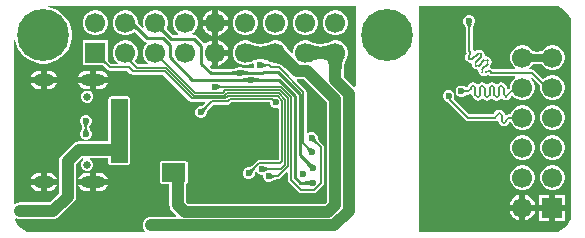
<source format=gbl>
G04*
G04 #@! TF.GenerationSoftware,Altium Limited,Altium Designer,24.10.1 (45)*
G04*
G04 Layer_Physical_Order=2*
G04 Layer_Color=16711680*
%FSLAX43Y43*%
%MOMM*%
G71*
G04*
G04 #@! TF.SameCoordinates,5BCE292B-7CFC-4065-8FF8-BD4E104F7C16*
G04*
G04*
G04 #@! TF.FilePolarity,Positive*
G04*
G01*
G75*
%ADD11C,0.500*%
%ADD40C,0.650*%
%ADD41O,2.100X1.000*%
%ADD42O,1.800X1.000*%
G04:AMPARAMS|DCode=43|XSize=1.7mm|YSize=1.7mm|CornerRadius=0.85mm|HoleSize=0mm|Usage=FLASHONLY|Rotation=90.000|XOffset=0mm|YOffset=0mm|HoleType=Round|Shape=RoundedRectangle|*
%AMROUNDEDRECTD43*
21,1,1.700,0.000,0,0,90.0*
21,1,0.000,1.700,0,0,90.0*
1,1,1.700,0.000,0.000*
1,1,1.700,0.000,0.000*
1,1,1.700,0.000,0.000*
1,1,1.700,0.000,0.000*
%
%ADD43ROUNDEDRECTD43*%
%ADD44R,1.700X1.700*%
G04:AMPARAMS|DCode=45|XSize=1.7mm|YSize=1.7mm|CornerRadius=0.85mm|HoleSize=0mm|Usage=FLASHONLY|Rotation=180.000|XOffset=0mm|YOffset=0mm|HoleType=Round|Shape=RoundedRectangle|*
%AMROUNDEDRECTD45*
21,1,1.700,0.000,0,0,180.0*
21,1,0.000,1.700,0,0,180.0*
1,1,1.700,0.000,0.000*
1,1,1.700,0.000,0.000*
1,1,1.700,0.000,0.000*
1,1,1.700,0.000,0.000*
%
%ADD45ROUNDEDRECTD45*%
%ADD46R,1.700X1.700*%
%ADD47C,0.800*%
%ADD75C,0.144*%
%ADD76C,0.146*%
%ADD79C,0.300*%
%ADD80C,0.295*%
%ADD83C,0.600*%
%ADD84C,1.000*%
%ADD85C,4.400*%
%ADD86C,0.600*%
%ADD87C,1.000*%
G36*
X10672Y18211D02*
X10671Y18176D01*
X10677Y18139D01*
X10689Y18101D01*
X10707Y18060D01*
X10732Y18017D01*
X10762Y17973D01*
X10798Y17926D01*
X10841Y17877D01*
X10889Y17827D01*
X10785Y17513D01*
X10738Y17559D01*
X10694Y17597D01*
X10654Y17626D01*
X10619Y17647D01*
X10587Y17660D01*
X10559Y17664D01*
X10536Y17661D01*
X10516Y17649D01*
X10501Y17629D01*
X10489Y17601D01*
X10678Y18243D01*
X10672Y18211D01*
D02*
G37*
G36*
X13131Y17765D02*
X13121Y17741D01*
X13117Y17713D01*
X13120Y17683D01*
X13131Y17650D01*
X13148Y17614D01*
X13172Y17576D01*
X13202Y17535D01*
X13240Y17491D01*
X13284Y17444D01*
X13076Y17236D01*
X13029Y17280D01*
X12985Y17318D01*
X12944Y17348D01*
X12906Y17372D01*
X12870Y17389D01*
X12837Y17400D01*
X12807Y17403D01*
X12779Y17399D01*
X12755Y17389D01*
X12733Y17372D01*
X13148Y17787D01*
X13131Y17765D01*
D02*
G37*
G36*
X27294Y15274D02*
X28406D01*
X28352Y15164D01*
X28303Y15049D01*
X28260Y14927D01*
X28223Y14800D01*
X28166Y14528D01*
X28146Y14383D01*
X28123Y14077D01*
X28120Y13915D01*
X27120D01*
X27117Y14077D01*
X27094Y14383D01*
X27074Y14528D01*
X27017Y14800D01*
X26980Y14927D01*
X26971Y14951D01*
X26947Y14960D01*
X26820Y14997D01*
X26548Y15054D01*
X26403Y15074D01*
X26350Y15078D01*
X26297Y15074D01*
X26152Y15054D01*
X25880Y14997D01*
X25753Y14960D01*
X25631Y14917D01*
X25516Y14868D01*
X25406Y14814D01*
Y16386D01*
X25516Y16332D01*
X25631Y16283D01*
X25753Y16240D01*
X25880Y16203D01*
X26152Y16146D01*
X26297Y16126D01*
X26350Y16122D01*
X26403Y16126D01*
X26548Y16146D01*
X26820Y16203D01*
X26947Y16240D01*
X27069Y16283D01*
X27184Y16332D01*
X27294Y16386D01*
Y15274D01*
D02*
G37*
G36*
X22214Y14814D02*
X22104Y14868D01*
X21989Y14917D01*
X21867Y14960D01*
X21740Y14997D01*
X21468Y15054D01*
X21323Y15074D01*
X21270Y15078D01*
X21217Y15074D01*
X21072Y15054D01*
X20800Y14997D01*
X20673Y14960D01*
X20551Y14917D01*
X20436Y14868D01*
X20326Y14814D01*
Y16386D01*
X20436Y16332D01*
X20551Y16283D01*
X20673Y16240D01*
X20800Y16203D01*
X21072Y16146D01*
X21217Y16126D01*
X21270Y16122D01*
X21323Y16126D01*
X21468Y16146D01*
X21740Y16203D01*
X21867Y16240D01*
X21989Y16283D01*
X22104Y16332D01*
X22214Y16386D01*
Y14814D01*
D02*
G37*
G36*
X13064Y15103D02*
X13058Y15091D01*
X13056Y15077D01*
X13057Y15063D01*
X13061Y15047D01*
X13069Y15031D01*
X13080Y15013D01*
X13094Y14994D01*
X13111Y14973D01*
X13131Y14952D01*
X13028Y14849D01*
X13007Y14869D01*
X12986Y14886D01*
X12967Y14900D01*
X12949Y14911D01*
X12933Y14919D01*
X12917Y14923D01*
X12903Y14924D01*
X12889Y14922D01*
X12877Y14916D01*
X12867Y14908D01*
X13072Y15113D01*
X13064Y15103D01*
D02*
G37*
G36*
X10388Y14959D02*
X10381Y14949D01*
X10377Y14937D01*
X10376Y14924D01*
X10380Y14910D01*
X10386Y14894D01*
X10396Y14876D01*
X10410Y14858D01*
X10427Y14837D01*
X10448Y14815D01*
X10319Y14738D01*
X10298Y14759D01*
X10277Y14776D01*
X10257Y14791D01*
X10238Y14803D01*
X10220Y14812D01*
X10203Y14818D01*
X10187Y14820D01*
X10172Y14820D01*
X10158Y14817D01*
X10145Y14811D01*
X10399Y14967D01*
X10388Y14959D01*
D02*
G37*
G36*
X8139Y14948D02*
X8135Y14934D01*
Y14919D01*
X8139Y14902D01*
X8147Y14882D01*
X8159Y14860D01*
X8176Y14837D01*
X8196Y14811D01*
X8250Y14753D01*
X8147Y14650D01*
X8117Y14679D01*
X8063Y14724D01*
X8040Y14741D01*
X8018Y14753D01*
X7998Y14761D01*
X7981Y14765D01*
X7965D01*
X7952Y14761D01*
X7941Y14753D01*
X8147Y14959D01*
X8139Y14948D01*
D02*
G37*
G36*
X21477Y14756D02*
X21519Y14729D01*
X21564Y14705D01*
X21611Y14685D01*
X21662Y14667D01*
X21715Y14653D01*
X21771Y14642D01*
X21830Y14634D01*
X21892Y14630D01*
X21956Y14628D01*
Y14482D01*
X21892Y14481D01*
X21771Y14468D01*
X21715Y14457D01*
X21662Y14443D01*
X21611Y14426D01*
X21564Y14405D01*
X21519Y14381D01*
X21477Y14355D01*
X21438Y14325D01*
Y14786D01*
X21477Y14756D01*
D02*
G37*
G36*
X23343Y15894D02*
X23378Y15845D01*
X23432Y15779D01*
X23708Y15477D01*
X24340Y14832D01*
X23624Y14134D01*
X23510Y14242D01*
X23393Y14340D01*
X23274Y14427D01*
X23153Y14506D01*
X23029Y14574D01*
X22903Y14632D01*
X22774Y14680D01*
X22643Y14718D01*
X22510Y14747D01*
X22374Y14765D01*
X23326Y15926D01*
X23343Y15894D01*
D02*
G37*
G36*
X19746Y14145D02*
X19773Y14133D01*
X19806Y14122D01*
X19845Y14113D01*
X19891Y14105D01*
X20000Y14094D01*
X20133Y14088D01*
X20210Y14088D01*
X20229Y13793D01*
X20155Y13792D01*
X19966Y13777D01*
X19914Y13769D01*
X19867Y13758D01*
X19826Y13746D01*
X19790Y13732D01*
X19760Y13715D01*
X19736Y13697D01*
X19725Y14158D01*
X19746Y14145D01*
D02*
G37*
G36*
X19350Y13690D02*
X19329Y13704D01*
X19302Y13716D01*
X19268Y13727D01*
X19229Y13737D01*
X19183Y13745D01*
X19074Y13757D01*
X18941Y13763D01*
X18865Y13763D01*
X18851Y14058D01*
X18925Y14059D01*
X19114Y14073D01*
X19166Y14081D01*
X19213Y14091D01*
X19253Y14103D01*
X19289Y14117D01*
X19318Y14133D01*
X19342Y14150D01*
X19350Y13690D01*
D02*
G37*
G36*
X20693Y13552D02*
X20721Y13538D01*
X20755Y13526D01*
X20795Y13515D01*
X20841Y13506D01*
X20951Y13493D01*
X21014Y13489D01*
X21159Y13486D01*
X21161Y13191D01*
X21086Y13190D01*
X20896Y13177D01*
X20844Y13170D01*
X20798Y13161D01*
X20758Y13150D01*
X20723Y13137D01*
X20695Y13123D01*
X20672Y13106D01*
X20670Y13567D01*
X20693Y13552D01*
D02*
G37*
G36*
X20287Y13106D02*
X20264Y13122D01*
X20235Y13136D01*
X20201Y13148D01*
X20161Y13159D01*
X20115Y13168D01*
X20063Y13176D01*
X19942Y13185D01*
X19798Y13189D01*
Y13484D01*
X19873Y13485D01*
X20063Y13497D01*
X20115Y13505D01*
X20161Y13514D01*
X20201Y13524D01*
X20235Y13537D01*
X20264Y13551D01*
X20287Y13567D01*
Y13106D01*
D02*
G37*
G36*
X29327Y12760D02*
X29200Y12707D01*
X28326Y13581D01*
Y14033D01*
X28327Y14067D01*
X28349Y14362D01*
X28367Y14493D01*
X28421Y14750D01*
X28454Y14864D01*
X28493Y14975D01*
X28537Y15080D01*
X28570Y15146D01*
X28598Y15195D01*
X28670Y15462D01*
Y15738D01*
X28598Y16005D01*
X28460Y16245D01*
X28265Y16440D01*
X28025Y16578D01*
X27758Y16650D01*
X27482D01*
X27215Y16578D01*
X27166Y16550D01*
X27100Y16517D01*
X26995Y16474D01*
X26884Y16434D01*
X26770Y16401D01*
X26513Y16347D01*
X26382Y16329D01*
X26350Y16326D01*
X26318Y16329D01*
X26187Y16347D01*
X25930Y16401D01*
X25816Y16434D01*
X25705Y16473D01*
X25600Y16517D01*
X25534Y16550D01*
X25485Y16578D01*
X25218Y16650D01*
X24942D01*
X24675Y16578D01*
X24435Y16440D01*
X24240Y16245D01*
X24102Y16005D01*
X24030Y15738D01*
Y15621D01*
X23903Y15569D01*
X23856Y15617D01*
X23587Y15912D01*
X23540Y15969D01*
X23521Y15995D01*
X23518Y16005D01*
X23380Y16245D01*
X23185Y16440D01*
X22945Y16578D01*
X22678Y16650D01*
X22402D01*
X22135Y16578D01*
X22086Y16550D01*
X22020Y16517D01*
X21915Y16474D01*
X21804Y16434D01*
X21690Y16401D01*
X21433Y16347D01*
X21302Y16329D01*
X21270Y16326D01*
X21238Y16329D01*
X21107Y16347D01*
X20850Y16401D01*
X20736Y16434D01*
X20625Y16473D01*
X20520Y16517D01*
X20454Y16550D01*
X20405Y16578D01*
X20138Y16650D01*
X19862D01*
X19595Y16578D01*
X19355Y16440D01*
X19160Y16245D01*
X19022Y16005D01*
X18950Y15738D01*
Y15462D01*
X19022Y15195D01*
X19160Y14955D01*
X19355Y14760D01*
X19595Y14622D01*
X19862Y14550D01*
X20138D01*
X20405Y14622D01*
X20454Y14650D01*
X20520Y14683D01*
X20625Y14726D01*
X20640Y14732D01*
X20689Y14696D01*
X20745Y14634D01*
Y14456D01*
X20769Y14400D01*
X20698Y14294D01*
X20086D01*
X20015Y14297D01*
X19918Y14307D01*
X19886Y14313D01*
X19860Y14319D01*
X19846Y14324D01*
X19845Y14324D01*
X19822Y14347D01*
X19638Y14423D01*
X19439D01*
X19255Y14347D01*
X19224Y14316D01*
X19223Y14315D01*
X19210Y14306D01*
X19204Y14303D01*
X19187Y14297D01*
X19162Y14289D01*
X19128Y14282D01*
X19091Y14276D01*
X18944Y14265D01*
X17205D01*
X17030Y14441D01*
X17095Y14555D01*
X17210Y14524D01*
Y15600D01*
Y16676D01*
X17034Y16629D01*
X16782Y16483D01*
X16702Y16403D01*
X16538Y16419D01*
X16527Y16436D01*
X15930Y17032D01*
X15816Y17109D01*
X15680Y17136D01*
X15535D01*
X15501Y17263D01*
X15565Y17300D01*
X15760Y17495D01*
X15898Y17735D01*
X15970Y18002D01*
Y18278D01*
X15898Y18545D01*
X15760Y18785D01*
X15565Y18980D01*
X15325Y19118D01*
X15058Y19190D01*
X14782D01*
X14515Y19118D01*
X14275Y18980D01*
X14080Y18785D01*
X13942Y18545D01*
X13870Y18278D01*
Y18002D01*
X13942Y17735D01*
X14080Y17495D01*
X14275Y17300D01*
X14339Y17263D01*
X14305Y17136D01*
X13885D01*
X13377Y17644D01*
X13361Y17662D01*
X13340Y17691D01*
X13336Y17697D01*
X13358Y17735D01*
X13430Y18002D01*
Y18278D01*
X13358Y18545D01*
X13220Y18785D01*
X13025Y18980D01*
X12785Y19118D01*
X12518Y19190D01*
X12242D01*
X11975Y19118D01*
X11735Y18980D01*
X11540Y18785D01*
X11402Y18545D01*
X11330Y18278D01*
Y18002D01*
X11383Y17806D01*
X11269Y17740D01*
X10976Y18033D01*
X10956Y18056D01*
X10927Y18093D01*
X10905Y18125D01*
X10890Y18151D01*
Y18278D01*
X10818Y18545D01*
X10680Y18785D01*
X10485Y18980D01*
X10245Y19118D01*
X9978Y19190D01*
X9702D01*
X9435Y19118D01*
X9195Y18980D01*
X9000Y18785D01*
X8862Y18545D01*
X8790Y18278D01*
Y18002D01*
X8862Y17735D01*
X9000Y17495D01*
X9195Y17300D01*
X9435Y17162D01*
X9702Y17090D01*
X9978D01*
X10245Y17162D01*
X10485Y17300D01*
X10596Y17411D01*
X11424Y16582D01*
X11539Y16505D01*
X11607Y16492D01*
X11649Y16354D01*
X11540Y16245D01*
X11402Y16005D01*
X11330Y15738D01*
Y15462D01*
X11402Y15195D01*
X11540Y14955D01*
X11733Y14762D01*
X11732Y14733D01*
X11706Y14635D01*
X10919D01*
X10639Y14914D01*
X10680Y14955D01*
X10818Y15195D01*
X10890Y15462D01*
Y15738D01*
X10818Y16005D01*
X10680Y16245D01*
X10485Y16440D01*
X10245Y16578D01*
X9978Y16650D01*
X9702D01*
X9435Y16578D01*
X9195Y16440D01*
X9000Y16245D01*
X8862Y16005D01*
X8790Y15738D01*
Y15462D01*
X8862Y15195D01*
X9000Y14955D01*
X9178Y14777D01*
X9154Y14650D01*
X8644D01*
X8371Y14923D01*
X8351Y14944D01*
X8350Y14945D01*
Y14955D01*
X8351Y14959D01*
X8350Y14964D01*
Y16650D01*
X6250D01*
Y14550D01*
X7936D01*
X7941Y14549D01*
X7945Y14550D01*
X7954D01*
X7972Y14534D01*
X8332Y14175D01*
X8422Y14115D01*
X8528Y14093D01*
X10005D01*
X10259Y13840D01*
X10349Y13780D01*
X10455Y13758D01*
X13051D01*
X15267Y11543D01*
X15357Y11483D01*
X15464Y11461D01*
X16564D01*
X16612Y11344D01*
X16501Y11233D01*
X16463Y11200D01*
X16425Y11171D01*
X16388Y11146D01*
X16353Y11126D01*
X16318Y11109D01*
X16285Y11096D01*
X16252Y11085D01*
X16220Y11078D01*
X16180Y11073D01*
X16177Y11072D01*
X16134D01*
X15950Y10996D01*
X15810Y10855D01*
X15734Y10671D01*
Y10473D01*
X15810Y10289D01*
X15950Y10148D01*
X16134Y10072D01*
X16333D01*
X16517Y10148D01*
X16658Y10289D01*
X16734Y10473D01*
Y10515D01*
X16735Y10518D01*
X16740Y10558D01*
X16747Y10590D01*
X16757Y10623D01*
X16771Y10656D01*
X16788Y10691D01*
X16808Y10727D01*
X16831Y10761D01*
X16896Y10841D01*
X17267Y11212D01*
X18495D01*
X18602Y11233D01*
X18692Y11294D01*
X18820Y11422D01*
X22060D01*
Y11302D01*
X22136Y11118D01*
X22277Y10977D01*
X22460Y10901D01*
X22659D01*
X22718Y10926D01*
X22845Y10841D01*
Y6588D01*
X22818Y6561D01*
X21633D01*
X21627Y6562D01*
X21176D01*
X21070Y6541D01*
X20980Y6481D01*
X20562Y6063D01*
X20524Y6030D01*
X20486Y6002D01*
X20449Y5977D01*
X20414Y5956D01*
X20379Y5939D01*
X20345Y5926D01*
X20313Y5916D01*
X20281Y5909D01*
X20240Y5903D01*
X20238Y5902D01*
X20195D01*
X20011Y5826D01*
X19871Y5686D01*
X19795Y5502D01*
Y5303D01*
X19871Y5119D01*
X20011Y4979D01*
X20195Y4902D01*
X20394D01*
X20578Y4979D01*
X20719Y5119D01*
X20795Y5303D01*
Y5346D01*
X20796Y5348D01*
X20801Y5389D01*
X20808Y5421D01*
X20818Y5453D01*
X20832Y5487D01*
X20848Y5521D01*
X20850Y5523D01*
X20946Y5529D01*
X20992Y5512D01*
X20996Y5501D01*
X21137Y5360D01*
X21321Y5284D01*
X21462D01*
X21475Y5265D01*
Y5066D01*
X21551Y4882D01*
X21691Y4742D01*
X21875Y4666D01*
X22074D01*
X22258Y4742D01*
X22288Y4772D01*
X22290Y4773D01*
X22323Y4798D01*
X22350Y4815D01*
X22381Y4831D01*
X22414Y4846D01*
X22450Y4858D01*
X22490Y4869D01*
X22531Y4877D01*
X22633Y4887D01*
X22742D01*
X22849Y4909D01*
X22939Y4969D01*
X23286Y5316D01*
X23287Y5317D01*
X23471Y5501D01*
X23589Y5452D01*
Y4854D01*
X23610Y4748D01*
X23670Y4658D01*
X24526Y3802D01*
X24616Y3742D01*
X24722Y3721D01*
X25820D01*
X25926Y3742D01*
X26016Y3802D01*
X26613Y4399D01*
X26673Y4489D01*
X26694Y4596D01*
Y7602D01*
X26673Y7708D01*
X26613Y7799D01*
X26274Y8138D01*
X26241Y8176D01*
X26212Y8214D01*
X26188Y8250D01*
X26167Y8286D01*
X26150Y8321D01*
X26137Y8354D01*
X26126Y8387D01*
X26119Y8419D01*
X26114Y8459D01*
X26113Y8462D01*
Y8504D01*
X26037Y8688D01*
X25896Y8829D01*
X25713Y8905D01*
X25514D01*
X25330Y8829D01*
X25314Y8813D01*
X25187Y8865D01*
Y12288D01*
X25166Y12394D01*
X25105Y12484D01*
X24349Y13241D01*
X24386Y13339D01*
X24407Y13363D01*
X24929D01*
X26888Y11403D01*
Y2994D01*
X26710Y2816D01*
X15146D01*
X14971Y2991D01*
Y4502D01*
X14994Y4506D01*
X15061Y4551D01*
X15105Y4617D01*
X15120Y4695D01*
Y6243D01*
X15105Y6321D01*
X15061Y6387D01*
X14994Y6431D01*
X14916Y6447D01*
X12975D01*
X12897Y6431D01*
X12831Y6387D01*
X12787Y6321D01*
X12772Y6243D01*
Y4695D01*
X12787Y4617D01*
X12831Y4551D01*
X12897Y4506D01*
X12975Y4491D01*
X13559D01*
Y2699D01*
X13583Y2516D01*
X13653Y2346D01*
X13765Y2199D01*
X14133Y1831D01*
X14085Y1714D01*
X12012D01*
X11966Y1708D01*
X11919D01*
X11875Y1696D01*
X11829Y1690D01*
X11786Y1672D01*
X11741Y1660D01*
X11701Y1637D01*
X11658Y1620D01*
X11622Y1591D01*
X11582Y1568D01*
X11549Y1536D01*
X11512Y1507D01*
X11484Y1471D01*
X11451Y1438D01*
X11428Y1398D01*
X11400Y1361D01*
X11382Y1318D01*
X11359Y1278D01*
X11347Y1234D01*
X11330Y1191D01*
X11323Y1145D01*
X11312Y1100D01*
Y1054D01*
X11305Y1008D01*
X11312Y962D01*
Y916D01*
X11323Y871D01*
X11330Y825D01*
X11347Y783D01*
X11359Y738D01*
X11382Y698D01*
X11400Y655D01*
X11428Y618D01*
X11451Y578D01*
X11484Y546D01*
X11493Y535D01*
X11465Y447D01*
X11436Y408D01*
X1842D01*
X1535Y469D01*
X1245Y589D01*
X984Y763D01*
X762Y985D01*
X588Y1246D01*
X468Y1535D01*
X509Y1574D01*
X582Y1613D01*
X602Y1604D01*
X642Y1581D01*
X687Y1569D01*
X730Y1552D01*
X776Y1546D01*
X820Y1534D01*
X867D01*
X913Y1527D01*
X3742D01*
X3925Y1552D01*
X4095Y1622D01*
X4242Y1734D01*
X5443Y2936D01*
X5555Y3082D01*
X5626Y3252D01*
X5650Y3435D01*
Y6134D01*
X6200Y6685D01*
X6266Y6676D01*
X6290Y6600D01*
X6294Y6544D01*
X6157Y6407D01*
X6077Y6214D01*
Y6006D01*
X6157Y5813D01*
X6305Y5665D01*
X6498Y5585D01*
X6707D01*
X6900Y5665D01*
X7048Y5813D01*
X7128Y6006D01*
Y6214D01*
X7048Y6407D01*
X6900Y6555D01*
X6857Y6573D01*
X6882Y6700D01*
X8407D01*
Y6302D01*
X8422Y6224D01*
X8466Y6158D01*
X8533Y6114D01*
X8611Y6098D01*
X10033D01*
X10111Y6114D01*
X10177Y6158D01*
X10221Y6224D01*
X10237Y6302D01*
Y11712D01*
X10221Y11790D01*
X10177Y11856D01*
X10111Y11901D01*
X10033Y11916D01*
X8611D01*
X8533Y11901D01*
X8466Y11856D01*
X8422Y11790D01*
X8407Y11712D01*
Y10327D01*
Y8112D01*
X5923D01*
X5740Y8088D01*
X5570Y8017D01*
X5424Y7905D01*
X4444Y6926D01*
X4332Y6780D01*
X4262Y6609D01*
X4238Y6427D01*
Y3727D01*
X3450Y2940D01*
X913D01*
X867Y2934D01*
X820D01*
X776Y2922D01*
X730Y2915D01*
X687Y2898D01*
X642Y2886D01*
X602Y2863D01*
X560Y2845D01*
X534Y2825D01*
X497Y2833D01*
X410Y2886D01*
X407Y2889D01*
Y16681D01*
X534Y16694D01*
X592Y16400D01*
X773Y15963D01*
X1036Y15570D01*
X1370Y15236D01*
X1763Y14973D01*
X2200Y14792D01*
X2664Y14700D01*
X3136D01*
X3600Y14792D01*
X4037Y14973D01*
X4430Y15236D01*
X4764Y15570D01*
X5027Y15963D01*
X5208Y16400D01*
X5300Y16864D01*
Y17336D01*
X5208Y17800D01*
X5027Y18237D01*
X4764Y18630D01*
X4430Y18964D01*
X4037Y19227D01*
X3600Y19408D01*
X3313Y19465D01*
X3325Y19592D01*
X29327D01*
Y12760D01*
D02*
G37*
G36*
X17646Y12945D02*
X17688Y12918D01*
X17733Y12895D01*
X17781Y12874D01*
X17831Y12857D01*
X17884Y12843D01*
X17940Y12832D01*
X17999Y12824D01*
X18061Y12819D01*
X18126Y12818D01*
Y12672D01*
X18061Y12670D01*
X17940Y12658D01*
X17884Y12647D01*
X17831Y12632D01*
X17781Y12615D01*
X17733Y12595D01*
X17688Y12571D01*
X17646Y12544D01*
X17607Y12514D01*
Y12975D01*
X17646Y12945D01*
D02*
G37*
G36*
X16788Y11023D02*
X16743Y10976D01*
X16667Y10882D01*
X16635Y10835D01*
X16607Y10787D01*
X16584Y10739D01*
X16565Y10691D01*
X16550Y10642D01*
X16539Y10594D01*
X16532Y10545D01*
X16207Y10871D01*
X16256Y10877D01*
X16304Y10888D01*
X16353Y10903D01*
X16401Y10922D01*
X16449Y10946D01*
X16496Y10973D01*
X16544Y11005D01*
X16591Y11041D01*
X16638Y11082D01*
X16685Y11126D01*
X16788Y11023D01*
D02*
G37*
G36*
X25918Y8383D02*
X25929Y8335D01*
X25944Y8286D01*
X25963Y8238D01*
X25987Y8190D01*
X26015Y8142D01*
X26046Y8095D01*
X26083Y8048D01*
X26123Y8001D01*
X26167Y7954D01*
X26064Y7851D01*
X26018Y7895D01*
X25923Y7972D01*
X25876Y8004D01*
X25828Y8031D01*
X25780Y8055D01*
X25732Y8074D01*
X25684Y8089D01*
X25635Y8100D01*
X25586Y8106D01*
X25912Y8432D01*
X25918Y8383D01*
D02*
G37*
G36*
X25253Y7715D02*
X25347Y7638D01*
X25395Y7606D01*
X25442Y7579D01*
X25490Y7555D01*
X25539Y7536D01*
X25587Y7521D01*
X25636Y7510D01*
X25685Y7504D01*
X25359Y7178D01*
X25352Y7227D01*
X25341Y7275D01*
X25326Y7324D01*
X25307Y7372D01*
X25284Y7420D01*
X25256Y7468D01*
X25224Y7515D01*
X25188Y7562D01*
X25148Y7609D01*
X25103Y7656D01*
X25206Y7759D01*
X25253Y7715D01*
D02*
G37*
G36*
X10033Y6302D02*
X8611D01*
Y10327D01*
Y11712D01*
X10033D01*
Y6302D01*
D02*
G37*
G36*
X25387Y6395D02*
X25531Y6269D01*
X25573Y6238D01*
X25612Y6212D01*
X25648Y6191D01*
X25681Y6176D01*
X25711Y6165D01*
X25738Y6160D01*
X25412Y5835D01*
X25407Y5862D01*
X25397Y5892D01*
X25382Y5925D01*
X25361Y5961D01*
X25335Y6000D01*
X25303Y6042D01*
X25225Y6135D01*
X25125Y6239D01*
X25334Y6448D01*
X25387Y6395D01*
D02*
G37*
G36*
X21660Y5975D02*
X21703Y5946D01*
X21748Y5919D01*
X21796Y5897D01*
X21847Y5878D01*
X21900Y5862D01*
X21955Y5850D01*
X22013Y5841D01*
X22073Y5836D01*
X22136Y5834D01*
X22124Y5688D01*
X22058Y5687D01*
X21935Y5676D01*
X21878Y5666D01*
X21825Y5653D01*
X21774Y5638D01*
X21727Y5619D01*
X21683Y5598D01*
X21642Y5574D01*
X21605Y5548D01*
X21619Y6008D01*
X21660Y5975D01*
D02*
G37*
G36*
X20849Y5854D02*
X20804Y5807D01*
X20728Y5713D01*
X20696Y5665D01*
X20668Y5617D01*
X20645Y5569D01*
X20626Y5521D01*
X20611Y5473D01*
X20600Y5424D01*
X20593Y5375D01*
X20268Y5701D01*
X20316Y5708D01*
X20365Y5719D01*
X20413Y5734D01*
X20462Y5753D01*
X20510Y5776D01*
X20557Y5804D01*
X20605Y5836D01*
X20652Y5872D01*
X20699Y5912D01*
X20746Y5957D01*
X20849Y5854D01*
D02*
G37*
G36*
X22206Y5366D02*
X22248Y5339D01*
X22293Y5316D01*
X22340Y5295D01*
X22391Y5278D01*
X22444Y5264D01*
X22500Y5253D01*
X22559Y5245D01*
X22621Y5240D01*
X22686Y5238D01*
Y5093D01*
X22621Y5091D01*
X22500Y5078D01*
X22444Y5067D01*
X22391Y5053D01*
X22340Y5036D01*
X22293Y5015D01*
X22248Y4992D01*
X22206Y4965D01*
X22167Y4935D01*
Y5396D01*
X22206Y5366D01*
D02*
G37*
G36*
X14916Y4695D02*
X12975D01*
Y6243D01*
X14916D01*
Y4695D01*
D02*
G37*
G36*
X25516Y4365D02*
X25494Y4380D01*
X25465Y4394D01*
X25431Y4407D01*
X25390Y4418D01*
X25344Y4427D01*
X25293Y4434D01*
X25172Y4444D01*
X25027Y4448D01*
Y4742D01*
X25102Y4743D01*
X25293Y4756D01*
X25344Y4763D01*
X25390Y4772D01*
X25431Y4783D01*
X25465Y4796D01*
X25494Y4810D01*
X25516Y4825D01*
Y4365D01*
D02*
G37*
G36*
X46463Y19531D02*
X46753Y19411D01*
X47014Y19236D01*
X47236Y19015D01*
X47410Y18754D01*
X47530Y18464D01*
X47591Y18157D01*
Y18000D01*
Y2000D01*
Y1843D01*
X47530Y1535D01*
X47410Y1246D01*
X47236Y985D01*
X47014Y763D01*
X46753Y589D01*
X46463Y469D01*
X46156Y408D01*
X34682D01*
X34682Y11098D01*
Y19592D01*
X46156D01*
X46463Y19531D01*
D02*
G37*
%LPC*%
G36*
X17710Y19216D02*
Y18390D01*
X18536D01*
X18489Y18566D01*
X18343Y18818D01*
X18138Y19023D01*
X17886Y19169D01*
X17710Y19216D01*
D02*
G37*
G36*
X17210D02*
X17034Y19169D01*
X16782Y19023D01*
X16577Y18818D01*
X16431Y18566D01*
X16384Y18390D01*
X17210D01*
Y19216D01*
D02*
G37*
G36*
X27758Y19190D02*
X27482D01*
X27215Y19118D01*
X26975Y18980D01*
X26780Y18785D01*
X26642Y18545D01*
X26570Y18278D01*
Y18002D01*
X26642Y17735D01*
X26780Y17495D01*
X26975Y17300D01*
X27215Y17162D01*
X27482Y17090D01*
X27758D01*
X28025Y17162D01*
X28265Y17300D01*
X28460Y17495D01*
X28598Y17735D01*
X28670Y18002D01*
Y18278D01*
X28598Y18545D01*
X28460Y18785D01*
X28265Y18980D01*
X28025Y19118D01*
X27758Y19190D01*
D02*
G37*
G36*
X25218D02*
X24942D01*
X24675Y19118D01*
X24435Y18980D01*
X24240Y18785D01*
X24102Y18545D01*
X24030Y18278D01*
Y18002D01*
X24102Y17735D01*
X24240Y17495D01*
X24435Y17300D01*
X24675Y17162D01*
X24942Y17090D01*
X25218D01*
X25485Y17162D01*
X25725Y17300D01*
X25920Y17495D01*
X26058Y17735D01*
X26130Y18002D01*
Y18278D01*
X26058Y18545D01*
X25920Y18785D01*
X25725Y18980D01*
X25485Y19118D01*
X25218Y19190D01*
D02*
G37*
G36*
X22678D02*
X22402D01*
X22135Y19118D01*
X21895Y18980D01*
X21700Y18785D01*
X21562Y18545D01*
X21490Y18278D01*
Y18002D01*
X21562Y17735D01*
X21700Y17495D01*
X21895Y17300D01*
X22135Y17162D01*
X22402Y17090D01*
X22678D01*
X22945Y17162D01*
X23185Y17300D01*
X23380Y17495D01*
X23518Y17735D01*
X23590Y18002D01*
Y18278D01*
X23518Y18545D01*
X23380Y18785D01*
X23185Y18980D01*
X22945Y19118D01*
X22678Y19190D01*
D02*
G37*
G36*
X20138D02*
X19862D01*
X19595Y19118D01*
X19355Y18980D01*
X19160Y18785D01*
X19022Y18545D01*
X18950Y18278D01*
Y18002D01*
X19022Y17735D01*
X19160Y17495D01*
X19355Y17300D01*
X19595Y17162D01*
X19862Y17090D01*
X20138D01*
X20405Y17162D01*
X20645Y17300D01*
X20840Y17495D01*
X20978Y17735D01*
X21050Y18002D01*
Y18278D01*
X20978Y18545D01*
X20840Y18785D01*
X20645Y18980D01*
X20405Y19118D01*
X20138Y19190D01*
D02*
G37*
G36*
X7438D02*
X7162D01*
X6895Y19118D01*
X6655Y18980D01*
X6460Y18785D01*
X6322Y18545D01*
X6250Y18278D01*
Y18002D01*
X6322Y17735D01*
X6460Y17495D01*
X6655Y17300D01*
X6895Y17162D01*
X7162Y17090D01*
X7438D01*
X7705Y17162D01*
X7945Y17300D01*
X8140Y17495D01*
X8278Y17735D01*
X8350Y18002D01*
Y18278D01*
X8278Y18545D01*
X8140Y18785D01*
X7945Y18980D01*
X7705Y19118D01*
X7438Y19190D01*
D02*
G37*
G36*
X18536Y17890D02*
X17710D01*
Y17064D01*
X17886Y17111D01*
X18138Y17257D01*
X18343Y17462D01*
X18489Y17714D01*
X18536Y17890D01*
D02*
G37*
G36*
X17210D02*
X16384D01*
X16431Y17714D01*
X16577Y17462D01*
X16782Y17257D01*
X17034Y17111D01*
X17210Y17064D01*
Y17890D01*
D02*
G37*
G36*
X17710Y16676D02*
Y15850D01*
X18536D01*
X18489Y16026D01*
X18343Y16278D01*
X18138Y16483D01*
X17886Y16629D01*
X17710Y16676D01*
D02*
G37*
G36*
X18536Y15350D02*
X17710D01*
Y14524D01*
X17886Y14571D01*
X18138Y14717D01*
X18343Y14922D01*
X18489Y15174D01*
X18536Y15350D01*
D02*
G37*
G36*
X7653Y14080D02*
X7352D01*
Y13570D01*
X8365D01*
X8311Y13700D01*
X8190Y13858D01*
X8033Y13979D01*
X7849Y14055D01*
X7653Y14080D01*
D02*
G37*
G36*
X3322D02*
X3172D01*
Y13570D01*
X4035D01*
X3981Y13700D01*
X3860Y13858D01*
X3703Y13979D01*
X3519Y14055D01*
X3322Y14080D01*
D02*
G37*
G36*
X2672D02*
X2523D01*
X2326Y14055D01*
X2142Y13979D01*
X1985Y13858D01*
X1864Y13700D01*
X1810Y13570D01*
X2672D01*
Y14080D01*
D02*
G37*
G36*
X6852D02*
X6552D01*
X6356Y14055D01*
X6172Y13979D01*
X6015Y13858D01*
X5894Y13700D01*
X5840Y13570D01*
X6852D01*
Y14080D01*
D02*
G37*
G36*
X8365Y13070D02*
X7352D01*
Y12559D01*
X7653D01*
X7849Y12585D01*
X8033Y12661D01*
X8190Y12782D01*
X8311Y12940D01*
X8365Y13070D01*
D02*
G37*
G36*
X6852D02*
X5840D01*
X5894Y12940D01*
X6015Y12782D01*
X6172Y12661D01*
X6356Y12585D01*
X6552Y12559D01*
X6852D01*
Y13070D01*
D02*
G37*
G36*
X4035D02*
X3172D01*
Y12559D01*
X3322D01*
X3519Y12585D01*
X3703Y12661D01*
X3860Y12782D01*
X3981Y12940D01*
X4035Y13070D01*
D02*
G37*
G36*
X2672D02*
X1810D01*
X1864Y12940D01*
X1985Y12782D01*
X2142Y12661D01*
X2326Y12585D01*
X2523Y12559D01*
X2672D01*
Y13070D01*
D02*
G37*
G36*
X6707Y12415D02*
X6498D01*
X6305Y12335D01*
X6157Y12187D01*
X6077Y11994D01*
Y11786D01*
X6157Y11593D01*
X6305Y11445D01*
X6498Y11365D01*
X6707D01*
X6900Y11445D01*
X7048Y11593D01*
X7128Y11786D01*
Y11994D01*
X7048Y12187D01*
X6900Y12335D01*
X6707Y12415D01*
D02*
G37*
G36*
X6582Y10330D02*
X6383D01*
X6200Y10254D01*
X6059Y10113D01*
X5983Y9929D01*
Y9730D01*
X6059Y9547D01*
X6089Y9516D01*
X6090Y9514D01*
X6115Y9481D01*
X6133Y9454D01*
X6149Y9423D01*
X6163Y9390D01*
X6176Y9354D01*
X6187Y9314D01*
X6193Y9280D01*
X6188Y9250D01*
X6178Y9209D01*
X6166Y9173D01*
X6153Y9139D01*
X6138Y9110D01*
X6122Y9083D01*
X6102Y9055D01*
X6076Y9029D01*
X6000Y8846D01*
Y8647D01*
X6076Y8463D01*
X6217Y8322D01*
X6401Y8246D01*
X6600D01*
X6783Y8322D01*
X6924Y8463D01*
X7000Y8647D01*
Y8846D01*
X6924Y9029D01*
X6888Y9066D01*
X6885Y9072D01*
X6858Y9106D01*
X6838Y9135D01*
X6820Y9166D01*
X6805Y9199D01*
X6791Y9235D01*
X6780Y9274D01*
X6775Y9296D01*
X6779Y9314D01*
X6790Y9354D01*
X6802Y9390D01*
X6817Y9423D01*
X6833Y9454D01*
X6850Y9481D01*
X6875Y9514D01*
X6876Y9516D01*
X6907Y9547D01*
X6983Y9730D01*
Y9929D01*
X6907Y10113D01*
X6766Y10254D01*
X6582Y10330D01*
D02*
G37*
G36*
X7653Y5440D02*
X7352D01*
Y4930D01*
X8365D01*
X8311Y5060D01*
X8190Y5218D01*
X8033Y5339D01*
X7849Y5415D01*
X7653Y5440D01*
D02*
G37*
G36*
X3322D02*
X3172D01*
Y4930D01*
X4035D01*
X3981Y5060D01*
X3860Y5218D01*
X3703Y5339D01*
X3519Y5415D01*
X3322Y5440D01*
D02*
G37*
G36*
X2672D02*
X2523D01*
X2326Y5415D01*
X2142Y5339D01*
X1985Y5218D01*
X1864Y5060D01*
X1810Y4930D01*
X2672D01*
Y5440D01*
D02*
G37*
G36*
X6852D02*
X6552D01*
X6356Y5415D01*
X6172Y5339D01*
X6015Y5218D01*
X5894Y5060D01*
X5840Y4930D01*
X6852D01*
Y5440D01*
D02*
G37*
G36*
X8365Y4430D02*
X7352D01*
Y3919D01*
X7653D01*
X7849Y3945D01*
X8033Y4021D01*
X8190Y4142D01*
X8311Y4300D01*
X8365Y4430D01*
D02*
G37*
G36*
X6852D02*
X5840D01*
X5894Y4300D01*
X6015Y4142D01*
X6172Y4021D01*
X6356Y3945D01*
X6552Y3919D01*
X6852D01*
Y4430D01*
D02*
G37*
G36*
X4035D02*
X3172D01*
Y3919D01*
X3322D01*
X3519Y3945D01*
X3703Y4021D01*
X3860Y4142D01*
X3981Y4300D01*
X4035Y4430D01*
D02*
G37*
G36*
X2672D02*
X1810D01*
X1864Y4300D01*
X1985Y4142D01*
X2142Y4021D01*
X2326Y3945D01*
X2523Y3919D01*
X2672D01*
Y4430D01*
D02*
G37*
%LPD*%
G36*
X6683Y9598D02*
X6656Y9556D01*
X6633Y9511D01*
X6612Y9464D01*
X6595Y9413D01*
X6580Y9360D01*
X6569Y9304D01*
X6568Y9295D01*
X6570Y9279D01*
X6582Y9224D01*
X6598Y9171D01*
X6617Y9120D01*
X6639Y9072D01*
X6664Y9027D01*
X6693Y8984D01*
X6726Y8944D01*
X6265Y8933D01*
X6293Y8971D01*
X6318Y9012D01*
X6339Y9056D01*
X6358Y9104D01*
X6374Y9154D01*
X6387Y9208D01*
X6397Y9264D01*
X6399Y9278D01*
X6396Y9304D01*
X6385Y9360D01*
X6371Y9413D01*
X6354Y9464D01*
X6333Y9511D01*
X6309Y9556D01*
X6282Y9598D01*
X6252Y9638D01*
X6713D01*
X6683Y9598D01*
D02*
G37*
%LPC*%
G36*
X39054Y18774D02*
X38855D01*
X38672Y18698D01*
X38531Y18557D01*
X38455Y18374D01*
Y18175D01*
X38531Y17991D01*
X38561Y17961D01*
X38562Y17958D01*
X38587Y17926D01*
X38605Y17898D01*
X38621Y17868D01*
X38635Y17835D01*
X38647Y17798D01*
X38658Y17759D01*
X38666Y17718D01*
X38677Y17616D01*
Y16482D01*
Y15797D01*
X38698Y15690D01*
X38699Y15688D01*
X38739Y15577D01*
X38634Y15421D01*
X38597Y15237D01*
X38634Y15052D01*
X38739Y14896D01*
X38739Y14896D01*
X38895Y14791D01*
X39051Y14760D01*
X39116Y14708D01*
X39168Y14643D01*
X39200Y14487D01*
X39304Y14330D01*
X39304Y14330D01*
X39460Y14226D01*
X39616Y14195D01*
X39728Y14106D01*
X39765Y13921D01*
X39869Y13765D01*
X39869Y13765D01*
X39869Y13765D01*
X40026Y13660D01*
X40210Y13624D01*
X40395Y13660D01*
X40551Y13765D01*
X40656Y13711D01*
X40720Y13668D01*
X40827Y13647D01*
X42815D01*
X42849Y13520D01*
X42815Y13500D01*
X42620Y13305D01*
X42482Y13065D01*
X42410Y12798D01*
Y12602D01*
X42291Y12579D01*
X42266Y12562D01*
X42255Y12568D01*
X42158Y12641D01*
X42121Y12826D01*
X42017Y12982D01*
X41860Y13087D01*
X41676Y13124D01*
X41676D01*
X41676D01*
Y13124D01*
X41492Y13087D01*
X41359Y12998D01*
X41276Y12989D01*
X41193Y12998D01*
X41061Y13087D01*
X40876Y13124D01*
X40876D01*
X40876D01*
Y13124D01*
X40692Y13087D01*
X40560Y12998D01*
X40477Y12989D01*
X40394Y12998D01*
X40261Y13087D01*
X40077Y13124D01*
X40077D01*
X40077D01*
Y13124D01*
X39892Y13087D01*
X39760Y12998D01*
X39677Y12989D01*
X39594Y12998D01*
X39462Y13087D01*
X39277Y13124D01*
X39277D01*
X39277D01*
Y13124D01*
X39093Y13087D01*
X38936Y12982D01*
X38832Y12826D01*
X38808Y12704D01*
X38671Y12662D01*
X38576Y12757D01*
X38392Y12833D01*
X38193D01*
X38010Y12757D01*
X37869Y12617D01*
X37793Y12433D01*
Y12234D01*
X37869Y12050D01*
X38010Y11909D01*
X38193Y11833D01*
X38392D01*
X38576Y11909D01*
X38717Y12050D01*
X38717Y12052D01*
X38750Y12055D01*
X38877Y12051D01*
Y12051D01*
X39062Y12088D01*
X39087Y12105D01*
X39098Y12098D01*
X39195Y12025D01*
X39232Y11841D01*
X39336Y11684D01*
X39493Y11580D01*
X39677Y11543D01*
X39677D01*
X39677D01*
Y11543D01*
X39861Y11580D01*
X39994Y11668D01*
X40077Y11678D01*
X40160Y11668D01*
X40292Y11580D01*
X40477Y11543D01*
X40477D01*
X40477D01*
Y11543D01*
X40661Y11580D01*
X40793Y11668D01*
X40876Y11678D01*
X40959Y11668D01*
X41092Y11580D01*
X41276Y11543D01*
X41276D01*
X41276D01*
Y11543D01*
X41461Y11580D01*
X41617Y11684D01*
X41627Y11700D01*
X41789Y11714D01*
X41891Y11646D01*
X42076Y11609D01*
X42076D01*
X42076D01*
Y11609D01*
X42260Y11646D01*
X42417Y11750D01*
X42521Y11906D01*
X42527Y11934D01*
X42664Y11972D01*
X42815Y11820D01*
X43055Y11682D01*
X43322Y11610D01*
X43598D01*
X43865Y11682D01*
X44105Y11820D01*
X44300Y12015D01*
X44438Y12255D01*
X44510Y12522D01*
Y12798D01*
X44438Y13065D01*
X44300Y13305D01*
X44162Y13443D01*
X44200Y13584D01*
X44221Y13590D01*
X44963Y12848D01*
X44950Y12798D01*
Y12522D01*
X45022Y12255D01*
X45160Y12015D01*
X45355Y11820D01*
X45595Y11682D01*
X45862Y11610D01*
X46138D01*
X46405Y11682D01*
X46645Y11820D01*
X46840Y12015D01*
X46978Y12255D01*
X47050Y12522D01*
Y12798D01*
X46978Y13065D01*
X46840Y13305D01*
X46645Y13500D01*
X46405Y13638D01*
X46138Y13710D01*
X45862D01*
X45595Y13638D01*
X45355Y13500D01*
X45226Y13371D01*
X44476Y14122D01*
X44386Y14182D01*
X44279Y14203D01*
X44088D01*
X44054Y14330D01*
X44105Y14360D01*
X44198Y14453D01*
X44205Y14458D01*
X44210Y14465D01*
X44300Y14555D01*
X44349Y14640D01*
X44397Y14654D01*
X44479Y14671D01*
X44682Y14690D01*
X44794D01*
X44872Y14685D01*
X44978Y14672D01*
X45063Y14654D01*
X45111Y14640D01*
X45160Y14555D01*
X45250Y14465D01*
X45255Y14458D01*
X45262Y14453D01*
X45355Y14360D01*
X45595Y14222D01*
X45862Y14150D01*
X46138D01*
X46405Y14222D01*
X46645Y14360D01*
X46840Y14555D01*
X46978Y14795D01*
X47050Y15062D01*
Y15338D01*
X46978Y15605D01*
X46840Y15845D01*
X46645Y16040D01*
X46405Y16178D01*
X46138Y16250D01*
X45862D01*
X45595Y16178D01*
X45355Y16040D01*
X45262Y15947D01*
X45255Y15942D01*
X45250Y15935D01*
X45160Y15845D01*
X45111Y15760D01*
X45063Y15746D01*
X44981Y15729D01*
X44778Y15710D01*
X44666D01*
X44588Y15715D01*
X44482Y15728D01*
X44397Y15746D01*
X44349Y15760D01*
X44300Y15845D01*
X44210Y15935D01*
X44205Y15942D01*
X44198Y15947D01*
X44105Y16040D01*
X43865Y16178D01*
X43598Y16250D01*
X43322D01*
X43055Y16178D01*
X42815Y16040D01*
X42620Y15845D01*
X42482Y15605D01*
X42410Y15338D01*
Y15062D01*
X42482Y14795D01*
X42620Y14555D01*
X42815Y14360D01*
X42866Y14330D01*
X42832Y14203D01*
X41022D01*
X40910Y14240D01*
X40910Y14240D01*
X40754Y14345D01*
X40724Y14351D01*
X40721Y14363D01*
X40704Y14483D01*
X40809Y14640D01*
X40845Y14824D01*
X40809Y15009D01*
X40704Y15165D01*
X40704Y15165D01*
X40605Y15232D01*
X40601Y15234D01*
X40548Y15270D01*
X40363Y15306D01*
X40280Y15390D01*
X40243Y15574D01*
X40139Y15730D01*
X40139Y15730D01*
X40139Y15730D01*
D01*
X39982Y15835D01*
X39798Y15872D01*
X39613Y15835D01*
X39457Y15730D01*
X39335Y15748D01*
X39325Y15751D01*
X39319Y15780D01*
X39233Y15908D01*
Y16482D01*
Y17618D01*
X39237Y17668D01*
X39243Y17715D01*
X39252Y17759D01*
X39262Y17798D01*
X39275Y17835D01*
X39289Y17868D01*
X39305Y17898D01*
X39323Y17926D01*
X39347Y17958D01*
X39349Y17961D01*
X39379Y17991D01*
X39455Y18175D01*
Y18374D01*
X39379Y18557D01*
X39238Y18698D01*
X39054Y18774D01*
D02*
G37*
G36*
X46138Y11170D02*
X45862D01*
X45595Y11098D01*
X45355Y10960D01*
X45160Y10765D01*
X45022Y10525D01*
X44950Y10258D01*
Y9982D01*
X45022Y9715D01*
X45160Y9475D01*
X45355Y9280D01*
X45595Y9142D01*
X45862Y9070D01*
X46138D01*
X46405Y9142D01*
X46645Y9280D01*
X46840Y9475D01*
X46978Y9715D01*
X47050Y9982D01*
Y10258D01*
X46978Y10525D01*
X46840Y10765D01*
X46645Y10960D01*
X46405Y11098D01*
X46138Y11170D01*
D02*
G37*
G36*
X37302Y12455D02*
X37103D01*
X36919Y12379D01*
X36779Y12239D01*
X36702Y12055D01*
Y11856D01*
X36779Y11672D01*
X36919Y11532D01*
X37103Y11455D01*
X37132D01*
X37135Y11451D01*
X38663Y9923D01*
X38753Y9863D01*
X38860Y9842D01*
X41099D01*
Y9838D01*
X41283Y9875D01*
X41303Y9887D01*
X41305Y9887D01*
X41424Y9816D01*
X41453Y9671D01*
X41558Y9515D01*
X41714Y9410D01*
X41898Y9373D01*
X41898D01*
X41898D01*
Y9373D01*
X42083Y9410D01*
X42239Y9515D01*
X42344Y9671D01*
X42351Y9710D01*
X42480Y9715D01*
X42482Y9714D01*
X42620Y9475D01*
X42815Y9280D01*
X43055Y9142D01*
X43322Y9070D01*
X43598D01*
X43865Y9142D01*
X44105Y9280D01*
X44300Y9475D01*
X44438Y9715D01*
X44510Y9982D01*
Y10258D01*
X44438Y10525D01*
X44300Y10765D01*
X44105Y10960D01*
X43865Y11098D01*
X43598Y11170D01*
X43322D01*
X43055Y11098D01*
X42815Y10960D01*
X42620Y10765D01*
X42482Y10525D01*
X42448Y10398D01*
X42298D01*
Y10402D01*
X42114Y10365D01*
X42103Y10358D01*
X41961Y10416D01*
X41944Y10504D01*
X41840Y10661D01*
X41683Y10765D01*
X41499Y10802D01*
X41499D01*
X41499D01*
Y10802D01*
X41314Y10765D01*
X41158Y10661D01*
X41053Y10504D01*
X41032Y10398D01*
X38975D01*
X37648Y11725D01*
X37702Y11856D01*
Y12055D01*
X37626Y12239D01*
X37486Y12379D01*
X37302Y12455D01*
D02*
G37*
G36*
X46138Y8630D02*
X45862D01*
X45595Y8558D01*
X45355Y8420D01*
X45160Y8225D01*
X45022Y7985D01*
X44950Y7718D01*
Y7442D01*
X45022Y7175D01*
X45160Y6935D01*
X45355Y6740D01*
X45595Y6602D01*
X45862Y6530D01*
X46138D01*
X46405Y6602D01*
X46645Y6740D01*
X46840Y6935D01*
X46978Y7175D01*
X47050Y7442D01*
Y7718D01*
X46978Y7985D01*
X46840Y8225D01*
X46645Y8420D01*
X46405Y8558D01*
X46138Y8630D01*
D02*
G37*
G36*
X43598D02*
X43322D01*
X43055Y8558D01*
X42815Y8420D01*
X42620Y8225D01*
X42482Y7985D01*
X42410Y7718D01*
Y7442D01*
X42482Y7175D01*
X42620Y6935D01*
X42815Y6740D01*
X43055Y6602D01*
X43322Y6530D01*
X43598D01*
X43865Y6602D01*
X44105Y6740D01*
X44300Y6935D01*
X44438Y7175D01*
X44510Y7442D01*
Y7718D01*
X44438Y7985D01*
X44300Y8225D01*
X44105Y8420D01*
X43865Y8558D01*
X43598Y8630D01*
D02*
G37*
G36*
X46138Y6090D02*
X45862D01*
X45595Y6018D01*
X45355Y5880D01*
X45160Y5685D01*
X45022Y5445D01*
X44950Y5178D01*
Y4902D01*
X45022Y4635D01*
X45160Y4395D01*
X45355Y4200D01*
X45595Y4062D01*
X45862Y3990D01*
X46138D01*
X46405Y4062D01*
X46645Y4200D01*
X46840Y4395D01*
X46978Y4635D01*
X47050Y4902D01*
Y5178D01*
X46978Y5445D01*
X46840Y5685D01*
X46645Y5880D01*
X46405Y6018D01*
X46138Y6090D01*
D02*
G37*
G36*
X43598D02*
X43322D01*
X43055Y6018D01*
X42815Y5880D01*
X42620Y5685D01*
X42482Y5445D01*
X42410Y5178D01*
Y4902D01*
X42482Y4635D01*
X42620Y4395D01*
X42815Y4200D01*
X43055Y4062D01*
X43322Y3990D01*
X43598D01*
X43865Y4062D01*
X44105Y4200D01*
X44300Y4395D01*
X44438Y4635D01*
X44510Y4902D01*
Y5178D01*
X44438Y5445D01*
X44300Y5685D01*
X44105Y5880D01*
X43865Y6018D01*
X43598Y6090D01*
D02*
G37*
G36*
X43710Y3576D02*
Y2750D01*
X44536D01*
X44489Y2926D01*
X44343Y3178D01*
X44138Y3383D01*
X43886Y3529D01*
X43710Y3576D01*
D02*
G37*
G36*
X47104Y3604D02*
X46250D01*
Y2750D01*
X47104D01*
Y3604D01*
D02*
G37*
G36*
X43210Y3576D02*
X43034Y3529D01*
X42782Y3383D01*
X42577Y3178D01*
X42431Y2926D01*
X42384Y2750D01*
X43210D01*
Y3576D01*
D02*
G37*
G36*
X45750Y3604D02*
X44896D01*
Y2750D01*
X45750D01*
Y3604D01*
D02*
G37*
G36*
X44536Y2250D02*
X43710D01*
Y1424D01*
X43886Y1471D01*
X44138Y1617D01*
X44343Y1822D01*
X44489Y2074D01*
X44536Y2250D01*
D02*
G37*
G36*
X43210D02*
X42384D01*
X42431Y2074D01*
X42577Y1822D01*
X42782Y1617D01*
X43034Y1471D01*
X43210Y1424D01*
Y2250D01*
D02*
G37*
G36*
X47104D02*
X46250D01*
Y1396D01*
X47104D01*
Y2250D01*
D02*
G37*
G36*
X45750D02*
X44896D01*
Y1396D01*
X45750D01*
Y2250D01*
D02*
G37*
%LPD*%
G36*
X39155Y18043D02*
X39129Y18001D01*
X39105Y17956D01*
X39084Y17908D01*
X39067Y17858D01*
X39053Y17804D01*
X39042Y17748D01*
X39034Y17689D01*
X39029Y17628D01*
X39028Y17563D01*
X38882D01*
X38880Y17628D01*
X38868Y17748D01*
X38857Y17804D01*
X38843Y17858D01*
X38825Y17908D01*
X38805Y17956D01*
X38781Y18001D01*
X38754Y18043D01*
X38724Y18082D01*
X39185D01*
X39155Y18043D01*
D02*
G37*
G36*
X45399Y14602D02*
X45391Y14659D01*
X45367Y14709D01*
X45328Y14754D01*
X45272Y14793D01*
X45201Y14825D01*
X45114Y14852D01*
X45010Y14873D01*
X44891Y14888D01*
X44757Y14897D01*
X44730Y14898D01*
X44703Y14897D01*
X44450Y14873D01*
X44346Y14852D01*
X44259Y14825D01*
X44188Y14793D01*
X44132Y14754D01*
X44093Y14709D01*
X44069Y14659D01*
X44061Y14602D01*
Y15798D01*
X44069Y15741D01*
X44093Y15691D01*
X44132Y15646D01*
X44188Y15607D01*
X44259Y15575D01*
X44346Y15548D01*
X44450Y15527D01*
X44569Y15512D01*
X44703Y15503D01*
X44730Y15502D01*
X44757Y15503D01*
X45010Y15527D01*
X45114Y15548D01*
X45201Y15575D01*
X45272Y15607D01*
X45328Y15646D01*
X45367Y15691D01*
X45391Y15741D01*
X45399Y15798D01*
Y14602D01*
D02*
G37*
G36*
X45170Y13139D02*
X45190Y13122D01*
X45208Y13109D01*
X45224Y13100D01*
X45239Y13094D01*
X45253Y13092D01*
X45264Y13094D01*
X45275Y13100D01*
X45283Y13109D01*
X45290Y13122D01*
X45170Y12830D01*
X45174Y12845D01*
X45176Y12861D01*
X45175Y12877D01*
X45171Y12894D01*
X45164Y12912D01*
X45154Y12931D01*
X45142Y12950D01*
X45127Y12970D01*
X45109Y12992D01*
X45088Y13013D01*
X45148Y13159D01*
X45170Y13139D01*
D02*
G37*
G36*
X38573Y12445D02*
X38584Y12437D01*
X38598Y12430D01*
X38615Y12424D01*
X38637Y12418D01*
X38663Y12414D01*
X38692Y12411D01*
X38763Y12407D01*
X38804Y12406D01*
Y12260D01*
X38763Y12260D01*
X38663Y12253D01*
X38637Y12248D01*
X38615Y12243D01*
X38598Y12237D01*
X38584Y12230D01*
X38573Y12222D01*
X38567Y12212D01*
Y12454D01*
X38573Y12445D01*
D02*
G37*
G36*
X42755Y12189D02*
X42748Y12203D01*
X42738Y12215D01*
X42725Y12225D01*
X42710Y12235D01*
X42693Y12243D01*
X42673Y12249D01*
X42650Y12254D01*
X42625Y12258D01*
X42598Y12260D01*
X42567Y12260D01*
X42506Y12406D01*
X42536Y12407D01*
X42562Y12409D01*
X42584Y12413D01*
X42602Y12418D01*
X42617Y12425D01*
X42627Y12433D01*
X42634Y12442D01*
X42638Y12453D01*
X42637Y12466D01*
X42633Y12480D01*
X42755Y12189D01*
D02*
G37*
G36*
X42626Y9974D02*
X42625Y9988D01*
X42620Y10001D01*
X42612Y10012D01*
X42601Y10021D01*
X42587Y10029D01*
X42570Y10035D01*
X42550Y10041D01*
X42527Y10044D01*
X42500Y10046D01*
X42470Y10047D01*
Y10193D01*
X42500Y10194D01*
X42527Y10196D01*
X42550Y10199D01*
X42570Y10205D01*
X42587Y10211D01*
X42601Y10219D01*
X42612Y10228D01*
X42620Y10239D01*
X42625Y10252D01*
X42626Y10266D01*
Y9974D01*
D02*
G37*
D11*
X8862Y7406D02*
X9652D01*
D40*
X6602Y11890D02*
D03*
Y6110D02*
D03*
D41*
X7102Y13320D02*
D03*
Y4680D02*
D03*
D42*
X2922Y13320D02*
D03*
Y4680D02*
D03*
D43*
X22540Y18140D02*
D03*
X25080D02*
D03*
X20000D02*
D03*
X27620D02*
D03*
X14920D02*
D03*
X17460D02*
D03*
X12380D02*
D03*
Y15600D02*
D03*
X9840D02*
D03*
X27620D02*
D03*
X25080D02*
D03*
X17460D02*
D03*
X14920D02*
D03*
X22540D02*
D03*
X20000D02*
D03*
X9840Y18140D02*
D03*
X7300D02*
D03*
D44*
Y15600D02*
D03*
D45*
X46000Y7580D02*
D03*
Y10120D02*
D03*
Y5040D02*
D03*
Y15200D02*
D03*
X43460D02*
D03*
X46000Y12660D02*
D03*
X43460Y2500D02*
D03*
Y10120D02*
D03*
Y12660D02*
D03*
Y5040D02*
D03*
Y7580D02*
D03*
D46*
X46000Y2500D02*
D03*
D47*
X33167Y18267D02*
D03*
X33650Y17100D02*
D03*
X32000Y18750D02*
D03*
X33167Y15933D02*
D03*
X32000Y15450D02*
D03*
X30833Y15933D02*
D03*
Y18267D02*
D03*
X30350Y17100D02*
D03*
X4067Y18267D02*
D03*
X4550Y17100D02*
D03*
X2900Y18750D02*
D03*
X4067Y15933D02*
D03*
X2900Y15450D02*
D03*
X1733Y15933D02*
D03*
Y18267D02*
D03*
X1250Y17100D02*
D03*
D75*
X6483Y8764D02*
X6500Y8746D01*
X6483Y8764D02*
Y9830D01*
D76*
X39015Y15454D02*
G03*
X39015Y15737I-141J141D01*
G01*
X38938Y15378D02*
G03*
X38938Y15095I141J-141D01*
G01*
X38938Y15095D02*
G03*
X39221Y15095I141J141D01*
G01*
X39939Y15531D02*
G03*
X39657Y15531I-141J-141D01*
G01*
X39939Y15248D02*
G03*
X39939Y15531I-141J141D01*
G01*
X39504Y14813D02*
G03*
X39504Y14530I141J-141D01*
G01*
X39504Y14530D02*
G03*
X39786Y14530I141J141D01*
G01*
X40505Y14966D02*
G03*
X40222Y14966I-141J-141D01*
G01*
X40505Y14683D02*
G03*
X40505Y14966I-141J141D01*
G01*
X40069Y14247D02*
G03*
X40069Y13964I141J-141D01*
G01*
X40069Y13964D02*
G03*
X40352Y13964I141J141D01*
G01*
X40711Y14041D02*
G03*
X40428Y14041I-141J-141D01*
G01*
X41099Y10120D02*
G03*
X41299Y10320I0J200D01*
G01*
X41499Y10520D02*
G03*
X41299Y10320I0J-200D01*
G01*
X41699D02*
G03*
X41499Y10520I-200J0D01*
G01*
X41699Y9855D02*
G03*
X41898Y9656I200J0D01*
G01*
X41898D02*
G03*
X42098Y9855I0J200D01*
G01*
X42298Y10120D02*
G03*
X42098Y9920I0J-200D01*
G01*
X42476Y12333D02*
G03*
X42276Y12133I0J-200D01*
G01*
X42076Y11891D02*
G03*
X42276Y12091I0J200D01*
G01*
X41876D02*
G03*
X42076Y11891I200J0D01*
G01*
X41876Y12641D02*
G03*
X41676Y12841I-200J0D01*
G01*
X41676D02*
G03*
X41476Y12641I0J-200D01*
G01*
X41276Y11825D02*
G03*
X41476Y12025I0J200D01*
G01*
X41076D02*
G03*
X41276Y11825I200J0D01*
G01*
X41076Y12641D02*
G03*
X40876Y12841I-200J0D01*
G01*
X40876D02*
G03*
X40676Y12641I0J-200D01*
G01*
X40477Y11825D02*
G03*
X40676Y12025I0J200D01*
G01*
X40277D02*
G03*
X40477Y11825I200J0D01*
G01*
X40277Y12641D02*
G03*
X40077Y12841I-200J0D01*
G01*
X40077D02*
G03*
X39877Y12641I0J-200D01*
G01*
X39677Y11825D02*
G03*
X39877Y12025I0J200D01*
G01*
X39477D02*
G03*
X39677Y11825I200J0D01*
G01*
X39477Y12641D02*
G03*
X39277Y12841I-200J0D01*
G01*
X39277D02*
G03*
X39077Y12641I0J-200D01*
G01*
X38877Y12333D02*
G03*
X39077Y12533I0J200D01*
G01*
X24722Y3999D02*
X25820D01*
X23867Y4854D02*
X24722Y3999D01*
X25820D02*
X26416Y4596D01*
X17415Y12745D02*
X22978D01*
X23867Y11856D01*
X18298Y11740D02*
X18506Y11948D01*
X18195Y11987D02*
X18404Y12196D01*
X18093Y12235D02*
X18301Y12444D01*
X22929D01*
X15745Y12235D02*
X18093D01*
X18404Y12196D02*
X22826D01*
X15613Y11987D02*
X18195D01*
X22929Y12444D02*
X23619Y11754D01*
X22724Y11948D02*
X23123Y11548D01*
X18506Y11948D02*
X22724D01*
X15464Y11740D02*
X18298D01*
X22826Y12196D02*
X23371Y11651D01*
X18495Y11490D02*
X18705Y11700D01*
X16234Y10572D02*
X17152Y11490D01*
X18495D01*
X21982Y14555D02*
X22173Y14364D01*
X22833D01*
X21245Y14555D02*
X21982D01*
X22833Y14364D02*
X24909Y12288D01*
Y7954D02*
Y12288D01*
X23867Y4854D02*
Y11856D01*
X23371Y6145D02*
Y11651D01*
X23123Y6473D02*
Y11548D01*
X23619Y6042D02*
Y11754D01*
X21176Y6284D02*
X21627D01*
X20295Y5402D02*
X21176Y6284D01*
X24909Y7954D02*
X25657Y7205D01*
X21627Y6284D02*
X21628Y6283D01*
X21420Y5784D02*
X21443Y5761D01*
X21628Y6283D02*
X22934D01*
X21443Y5761D02*
X22988D01*
X22934Y6283D02*
X23123Y6473D01*
X12380Y15600D02*
X15745Y12235D01*
X13243Y14357D02*
X15613Y11987D01*
X13167Y14037D02*
X15464Y11740D01*
X22742Y5166D02*
X23090Y5513D01*
X23090D02*
X23619Y6042D01*
X22988Y5761D02*
X23371Y6145D01*
X23090Y5513D02*
X23090D01*
X18705Y11700D02*
X22261D01*
X22560Y11401D01*
X7300Y15600D02*
X8528Y14372D01*
X10120D01*
X10455Y14037D01*
X13167D01*
X10803Y14357D02*
X13243D01*
X9840Y15320D02*
Y15600D01*
Y15320D02*
X10803Y14357D01*
X21975Y5166D02*
X22742D01*
X25613Y8405D02*
X26416Y7602D01*
Y4596D02*
Y7602D01*
X38955Y15797D02*
Y16482D01*
Y15797D02*
X39015Y15737D01*
X38938Y15378D02*
X39015Y15454D01*
X38938Y15378D02*
Y15378D01*
X38938Y15095D02*
X38938Y15095D01*
X38938Y15095D01*
X38938Y15095D02*
X38938Y15095D01*
X39221D02*
X39657Y15531D01*
Y15531D02*
Y15531D01*
X39939D02*
X39939Y15531D01*
X39504Y14813D02*
X39939Y15248D01*
X39504Y14813D02*
Y14813D01*
X39504Y14530D02*
X39504Y14530D01*
X39504Y14530D01*
X39504Y14530D02*
X39504Y14530D01*
X39786D02*
X40222Y14966D01*
Y14966D02*
Y14966D01*
X40505D02*
X40505Y14966D01*
X40069Y14247D02*
X40505Y14683D01*
X40069Y14247D02*
Y14247D01*
X40069Y13964D02*
X40069Y13964D01*
X40069Y13964D01*
X40069Y13964D02*
X40069Y13964D01*
X40352D02*
X40428Y14041D01*
X40711Y14041D02*
X40711Y14041D01*
X40711Y14041D01*
Y14041D02*
X40762Y13989D01*
X40827Y13925D01*
X38955Y16482D02*
Y18274D01*
X40827Y13925D02*
X44279D01*
X45544Y12660D01*
X46000D01*
X39167Y10120D02*
X41099D01*
X41299Y10320D02*
Y10320D01*
X41499Y10520D02*
X41499D01*
X41699Y9855D02*
Y10320D01*
X41898Y9656D02*
X41898D01*
X42098Y9855D02*
Y9920D01*
X42298Y10120D02*
X42371D01*
X38860D02*
X39167D01*
X42371D02*
X43460D01*
X37332Y11648D02*
X38860Y10120D01*
X42476Y12333D02*
X42874D01*
X42276Y12091D02*
Y12133D01*
X42076Y11891D02*
X42076D01*
X41876Y12091D02*
Y12641D01*
X41676Y12841D02*
X41676D01*
X41476Y12025D02*
Y12641D01*
X41276Y11825D02*
X41276D01*
X41076Y12025D02*
Y12641D01*
X40876Y12841D02*
X40876D01*
X40676Y12025D02*
Y12641D01*
X40477Y11825D02*
X40477D01*
X40277Y12025D02*
Y12641D01*
X40077Y12841D02*
X40077D01*
X39877Y12025D02*
Y12641D01*
X39677Y11825D02*
X39677D01*
X39477Y12025D02*
Y12641D01*
X39277Y12841D02*
X39277D01*
X39077Y12533D02*
Y12641D01*
X38804Y12333D02*
X38877D01*
X42874D02*
X43133D01*
X38293D02*
X38804D01*
X43133D02*
X43460Y12660D01*
X37202Y11833D02*
X37332Y11703D01*
Y11648D02*
Y11703D01*
X37202Y11833D02*
Y11955D01*
D79*
X9652Y6669D02*
Y7406D01*
X8915Y6669D02*
X9652D01*
D80*
X15486Y13336D02*
X20479D01*
X13596Y15226D02*
X15486Y13336D01*
X19538Y13923D02*
X19555Y13940D01*
X19526Y13911D02*
X19538Y13923D01*
X19555Y13940D02*
X21497D01*
X17059Y13911D02*
X19526D01*
X20479Y13336D02*
X20481Y13339D01*
X22840D01*
X21497Y13940D02*
X21503Y13946D01*
X22794D02*
X24586Y12154D01*
X21503Y13946D02*
X22794D01*
X22840Y13339D02*
X24189Y11990D01*
Y5054D02*
Y11990D01*
X24586Y6987D02*
Y12154D01*
X24648Y4595D02*
X25709D01*
X24189Y5054D02*
X24648Y4595D01*
X24586Y6987D02*
X25711Y5862D01*
X12380Y18140D02*
X13738Y16782D01*
X15680D01*
X16276Y16185D01*
Y14693D02*
Y16185D01*
Y14693D02*
X17059Y13911D01*
X13596Y15226D02*
Y16289D01*
X13052Y16833D02*
X13596Y16289D01*
X11675Y16833D02*
X13052D01*
X10367Y18140D02*
X11675Y16833D01*
X9840Y18140D02*
X10367D01*
D83*
X43460Y15200D02*
X46000D01*
D84*
X13139Y1008D02*
X27522D01*
X4944Y6427D02*
X5923Y7406D01*
X4944Y3435D02*
Y6427D01*
X3742Y2234D02*
X4944Y3435D01*
X20000Y15600D02*
X22540D01*
X22729D01*
X12012Y1008D02*
X13139D01*
X21961Y2110D02*
X27002D01*
X14853D02*
X21961D01*
X14265Y2699D02*
Y5730D01*
Y2699D02*
X14853Y2110D01*
X5923Y7406D02*
X8862D01*
X913Y2234D02*
X3742D01*
X23214Y15250D02*
X24396Y14069D01*
X25221D01*
X23079Y15250D02*
X23214D01*
X22729Y15600D02*
X23079Y15250D01*
X27422Y11868D02*
X27594Y11696D01*
X25221Y14069D02*
X27422Y11868D01*
X27594Y2702D02*
Y11696D01*
X27002Y2110D02*
X27594Y2702D01*
X28758Y2245D02*
Y12150D01*
X27522Y1008D02*
X28758Y2245D01*
X27620Y13288D02*
X28758Y12150D01*
X27620Y13288D02*
Y15600D01*
X25080D02*
X27620D01*
D85*
X32000Y17100D02*
D03*
X2900D02*
D03*
D86*
X21770Y10513D02*
D03*
X20500Y9243D02*
D03*
Y10513D02*
D03*
X21770Y9243D02*
D03*
X20500Y7973D02*
D03*
X21770D02*
D03*
X19230Y9243D02*
D03*
Y10513D02*
D03*
Y7973D02*
D03*
X17415Y12745D02*
D03*
X6483Y9830D02*
D03*
X6500Y8746D02*
D03*
X19538Y13923D02*
D03*
X20479Y13336D02*
D03*
X21245Y14555D02*
D03*
X22560Y11401D02*
D03*
X20295Y5402D02*
D03*
X24859Y5379D02*
D03*
X21420Y5784D02*
D03*
X28864Y14138D02*
D03*
X25711Y5862D02*
D03*
X25657Y7205D02*
D03*
X16234Y10572D02*
D03*
X17900Y1168D02*
D03*
X38227Y2032D02*
D03*
X36392Y11923D02*
D03*
X5362Y8740D02*
D03*
X5754Y9828D02*
D03*
X15422Y10613D02*
D03*
X25635Y9812D02*
D03*
X25635Y9218D02*
D03*
X25824Y11838D02*
D03*
X13091Y2082D02*
D03*
X12366Y2047D02*
D03*
X21975Y5166D02*
D03*
X9746Y13284D02*
D03*
X10204Y12219D02*
D03*
X16479Y5795D02*
D03*
X15569Y5773D02*
D03*
X25613Y8405D02*
D03*
X25709Y4595D02*
D03*
X21961Y2110D02*
D03*
X21987Y3666D02*
D03*
X27422Y11868D02*
D03*
X12133Y7147D02*
D03*
X10825Y4248D02*
D03*
X9436Y3984D02*
D03*
X11649Y2342D02*
D03*
X10115Y2369D02*
D03*
X16874Y3093D02*
D03*
X16181Y3086D02*
D03*
X15505Y3042D02*
D03*
X20028Y3701D02*
D03*
X19288Y4452D02*
D03*
X6570Y1777D02*
D03*
X9652Y11355D02*
D03*
Y10644D02*
D03*
X8915Y11355D02*
D03*
Y12319D02*
D03*
Y6669D02*
D03*
X9652D02*
D03*
Y7406D02*
D03*
X8915Y5705D02*
D03*
X9652D02*
D03*
X9587Y12322D02*
D03*
X38953Y19092D02*
D03*
X38955Y18274D02*
D03*
X38293Y12333D02*
D03*
X37202Y11955D02*
D03*
X42145Y18265D02*
D03*
X38406Y9675D02*
D03*
X35272Y18243D02*
D03*
D87*
X913Y2234D02*
D03*
X14265Y5730D02*
D03*
X13139Y1008D02*
D03*
X12012D02*
D03*
M02*

</source>
